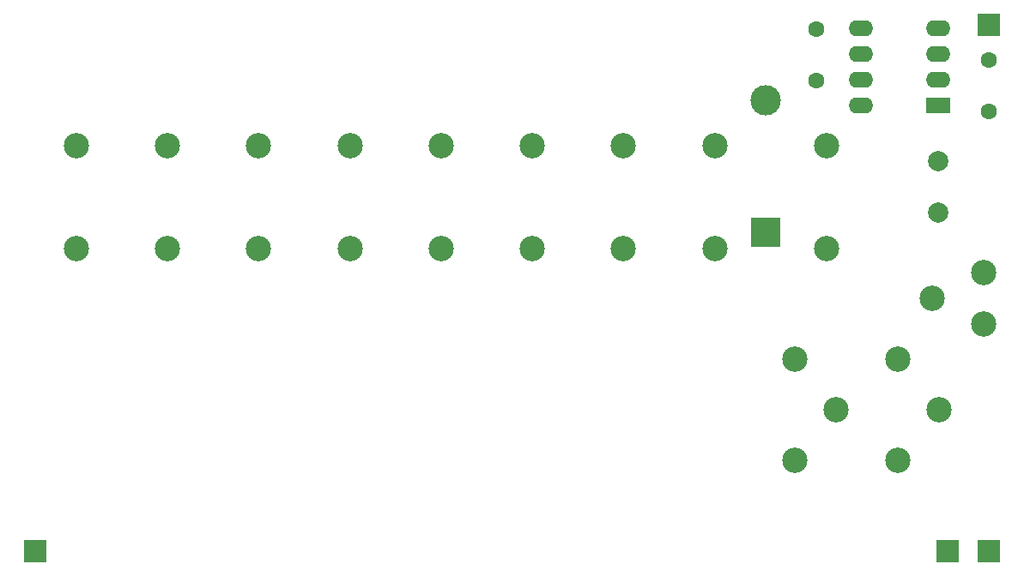
<source format=gbs>
G04 #@! TF.FileFunction,Soldermask,Bot*
%FSLAX46Y46*%
G04 Gerber Fmt 4.6, Leading zero omitted, Abs format (unit mm)*
G04 Created by KiCad (PCBNEW 4.0.1-stable) date 2017/05/09 19:12:36*
%MOMM*%
G01*
G04 APERTURE LIST*
%ADD10C,0.100000*%
%ADD11C,3.000000*%
%ADD12R,3.000000X3.000000*%
%ADD13C,1.600000*%
%ADD14R,2.200000X2.200000*%
%ADD15C,2.500000*%
%ADD16C,2.000000*%
%ADD17R,2.400000X1.600000*%
%ADD18O,2.400000X1.600000*%
G04 APERTURE END LIST*
D10*
D11*
X178000000Y-76500000D03*
D12*
X178000000Y-89500000D03*
D13*
X183000000Y-74540000D03*
X183000000Y-69460000D03*
X200000000Y-72460000D03*
X200000000Y-77540000D03*
D14*
X200000000Y-69000000D03*
X196000000Y-121000000D03*
X106000000Y-121000000D03*
D15*
X180920000Y-112000000D03*
X191080000Y-112000000D03*
X184920000Y-107000000D03*
X195080000Y-107000000D03*
X180920000Y-102000000D03*
X191080000Y-102000000D03*
X194460000Y-96000000D03*
X199540000Y-93460000D03*
X199540000Y-98540000D03*
D16*
X195000000Y-82460000D03*
X195000000Y-87540000D03*
D17*
X195000000Y-77000000D03*
D18*
X187380000Y-69380000D03*
X195000000Y-74460000D03*
X187380000Y-71920000D03*
X195000000Y-71920000D03*
X187380000Y-74460000D03*
X195000000Y-69380000D03*
X187380000Y-77000000D03*
D15*
X173000000Y-91080000D03*
X173000000Y-80920000D03*
X184000000Y-80920000D03*
X184000000Y-91080000D03*
X164000000Y-80920000D03*
X164000000Y-91080000D03*
X155000000Y-80920000D03*
X155000000Y-91080000D03*
X146000000Y-80920000D03*
X146000000Y-91080000D03*
X137000000Y-80920000D03*
X137000000Y-91080000D03*
X128000000Y-80920000D03*
X128000000Y-91080000D03*
X119000000Y-80920000D03*
X119000000Y-91080000D03*
X110000000Y-80920000D03*
X110000000Y-91080000D03*
D14*
X200000000Y-121000000D03*
M02*

</source>
